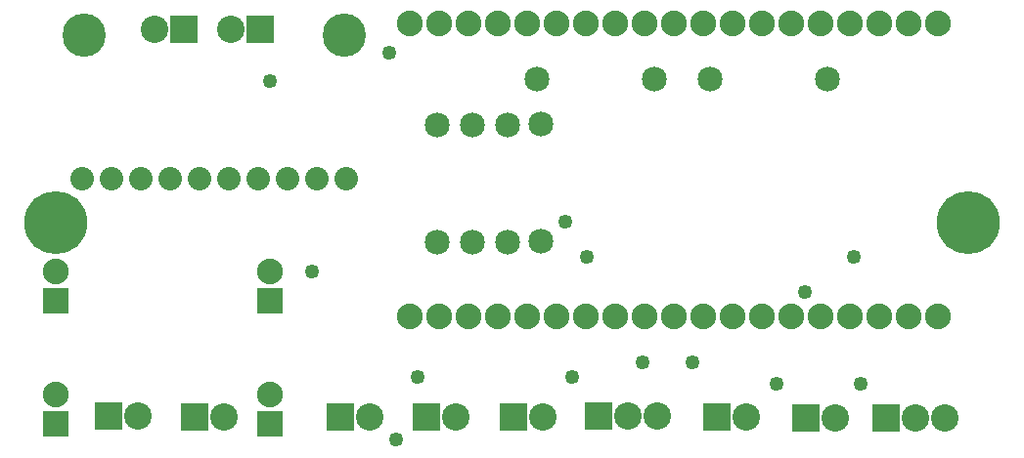
<source format=gts>
G04 MADE WITH FRITZING*
G04 WWW.FRITZING.ORG*
G04 DOUBLE SIDED*
G04 HOLES PLATED*
G04 CONTOUR ON CENTER OF CONTOUR VECTOR*
%ASAXBY*%
%FSLAX23Y23*%
%MOIN*%
%OFA0B0*%
%SFA1.0B1.0*%
%ADD10C,0.049370*%
%ADD11C,0.214725*%
%ADD12C,0.147795*%
%ADD13C,0.088000*%
%ADD14C,0.085000*%
%ADD15C,0.093307*%
%ADD16C,0.080000*%
%ADD17R,0.093307X0.093307*%
%ADD18R,0.088000X0.088000*%
%LNMASK1*%
G90*
G70*
G54D10*
X1356Y51D03*
X1068Y627D03*
X1428Y267D03*
X1932Y795D03*
X2748Y555D03*
X1956Y267D03*
X2652Y243D03*
X924Y1275D03*
X2916Y675D03*
X2004Y675D03*
X1332Y1371D03*
X2940Y243D03*
X2196Y315D03*
X2364Y315D03*
G54D11*
X196Y791D03*
G54D12*
X1178Y1433D03*
G54D13*
X3201Y1473D03*
X3101Y1473D03*
X3001Y1473D03*
X2901Y1473D03*
X2801Y1473D03*
X2701Y1473D03*
X2601Y1473D03*
X2501Y1473D03*
X2401Y1473D03*
X2301Y1473D03*
X2201Y1473D03*
X2101Y1473D03*
X2001Y1473D03*
X1901Y1473D03*
X1801Y1473D03*
X1701Y1473D03*
X1601Y1473D03*
X1501Y1473D03*
X1401Y1473D03*
X1401Y473D03*
X1501Y473D03*
X1601Y473D03*
X1701Y473D03*
X1801Y473D03*
X1901Y473D03*
X2001Y473D03*
X2101Y473D03*
X2201Y473D03*
X2301Y473D03*
X2401Y473D03*
X2501Y473D03*
X2601Y473D03*
X2701Y473D03*
X2801Y473D03*
X2901Y473D03*
X3001Y473D03*
X3101Y473D03*
X3201Y473D03*
G54D14*
X2426Y1283D03*
X2826Y1283D03*
X1497Y1126D03*
X1497Y726D03*
X2235Y1284D03*
X1835Y1284D03*
G54D15*
X2448Y128D03*
X2548Y128D03*
X2752Y127D03*
X2852Y127D03*
X3024Y127D03*
X3124Y127D03*
X3224Y127D03*
X2045Y131D03*
X2145Y131D03*
X2245Y131D03*
X1756Y129D03*
X1856Y129D03*
X631Y1451D03*
X531Y1451D03*
X891Y1452D03*
X791Y1452D03*
X1458Y129D03*
X1558Y129D03*
X1165Y128D03*
X1265Y128D03*
X374Y132D03*
X474Y132D03*
X669Y128D03*
X769Y128D03*
G54D16*
X1185Y942D03*
X1085Y942D03*
X985Y942D03*
X885Y942D03*
X785Y942D03*
X685Y942D03*
X585Y942D03*
X485Y942D03*
X385Y942D03*
X285Y942D03*
G54D14*
X1734Y1126D03*
X1734Y726D03*
X1617Y1125D03*
X1617Y725D03*
X1849Y1128D03*
X1849Y728D03*
G54D11*
X3307Y791D03*
G54D12*
X292Y1433D03*
G54D13*
X194Y627D03*
X194Y207D03*
X924Y627D03*
X924Y527D03*
X924Y207D03*
X194Y527D03*
X194Y107D03*
X924Y107D03*
G54D17*
X2448Y128D03*
X2752Y127D03*
X3024Y127D03*
X2045Y131D03*
X1756Y129D03*
X631Y1451D03*
X891Y1452D03*
X1458Y129D03*
X1165Y128D03*
X374Y132D03*
X669Y128D03*
G54D18*
X925Y527D03*
X194Y527D03*
X194Y107D03*
X925Y107D03*
G04 End of Mask1*
M02*
</source>
